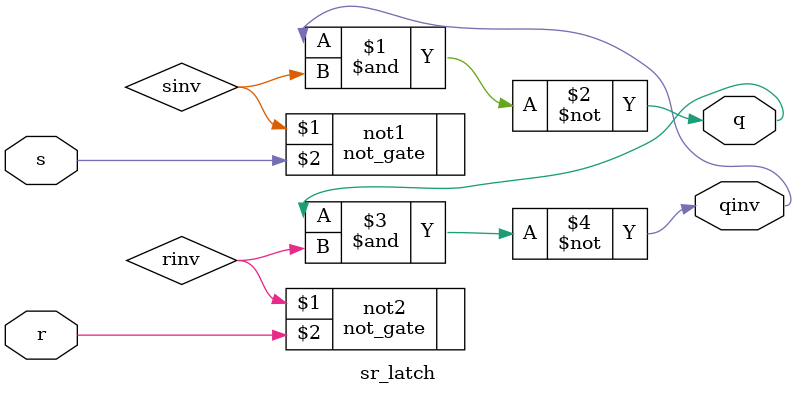
<source format=v>
module sr_latch(q,qinv,s,r);

input s,r;
output q,qinv;
wire sinv,rinv;

not_gate not1(sinv,s);
not_gate not2(rinv,r);

nand(q,qinv,sinv);
nand(qinv,q,rinv);

endmodule


</source>
